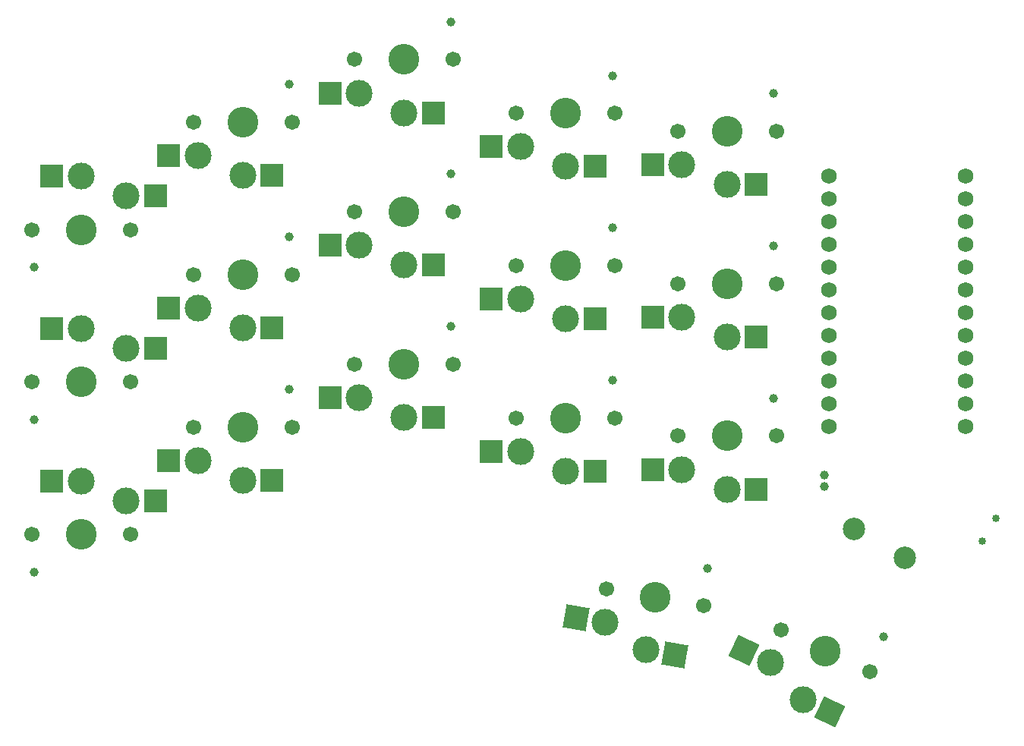
<source format=gbs>
G04 #@! TF.GenerationSoftware,KiCad,Pcbnew,7.0.6*
G04 #@! TF.CreationDate,2024-09-20T23:29:42+02:00*
G04 #@! TF.ProjectId,KoalaKeeb_v0.2_left,4b6f616c-614b-4656-9562-5f76302e325f,rev?*
G04 #@! TF.SameCoordinates,Original*
G04 #@! TF.FileFunction,Soldermask,Bot*
G04 #@! TF.FilePolarity,Negative*
%FSLAX46Y46*%
G04 Gerber Fmt 4.6, Leading zero omitted, Abs format (unit mm)*
G04 Created by KiCad (PCBNEW 7.0.6) date 2024-09-20 23:29:42*
%MOMM*%
%LPD*%
G01*
G04 APERTURE LIST*
G04 Aperture macros list*
%AMRotRect*
0 Rectangle, with rotation*
0 The origin of the aperture is its center*
0 $1 length*
0 $2 width*
0 $3 Rotation angle, in degrees counterclockwise*
0 Add horizontal line*
21,1,$1,$2,0,0,$3*%
G04 Aperture macros list end*
%ADD10C,1.701800*%
%ADD11C,3.000000*%
%ADD12C,3.429000*%
%ADD13C,0.990600*%
%ADD14R,2.600000X2.600000*%
%ADD15RotRect,2.600000X2.600000X350.000000*%
%ADD16C,2.500000*%
%ADD17C,0.850000*%
%ADD18RotRect,2.600000X2.600000X335.000000*%
%ADD19C,1.000000*%
%ADD20C,1.752600*%
G04 APERTURE END LIST*
D10*
X236500000Y-55000000D03*
D11*
X237000000Y-58750000D03*
D12*
X242000000Y-55000000D03*
D11*
X242000000Y-60950000D03*
D13*
X247220000Y-50800000D03*
D10*
X247500000Y-55000000D03*
D14*
X245275000Y-60950000D03*
X233725000Y-58750000D03*
D10*
X228583557Y-89044935D03*
D11*
X228424781Y-92824788D03*
D12*
X234000000Y-90000000D03*
D11*
X232966793Y-95859606D03*
D13*
X239870019Y-86770251D03*
D10*
X239416443Y-90955065D03*
D15*
X236192039Y-96428304D03*
X225199535Y-92256090D03*
D16*
X261814583Y-85625000D03*
X256185417Y-82375000D03*
D10*
X218500000Y-36000000D03*
D11*
X219000000Y-39750000D03*
D12*
X224000000Y-36000000D03*
D11*
X224000000Y-41950000D03*
D13*
X229220000Y-31800000D03*
D10*
X229500000Y-36000000D03*
D14*
X227275000Y-41950000D03*
X215725000Y-39750000D03*
D10*
X236500000Y-72000000D03*
D11*
X237000000Y-75750000D03*
D12*
X242000000Y-72000000D03*
D11*
X242000000Y-77950000D03*
D13*
X247220000Y-67800000D03*
D10*
X247500000Y-72000000D03*
D14*
X245275000Y-77950000D03*
X233725000Y-75750000D03*
D10*
X175500000Y-49000000D03*
D11*
X175000000Y-45250000D03*
D12*
X170000000Y-49000000D03*
D11*
X170000000Y-43050000D03*
D13*
X164780000Y-53200000D03*
D10*
X164500000Y-49000000D03*
D14*
X166725000Y-43050000D03*
X178275000Y-45250000D03*
D10*
X182500000Y-71000000D03*
D11*
X183000000Y-74750000D03*
D12*
X188000000Y-71000000D03*
D11*
X188000000Y-76950000D03*
D13*
X193220000Y-66800000D03*
D10*
X193500000Y-71000000D03*
D14*
X191275000Y-76950000D03*
X179725000Y-74750000D03*
D10*
X200500000Y-47000000D03*
D11*
X201000000Y-50750000D03*
D12*
X206000000Y-47000000D03*
D11*
X206000000Y-52950000D03*
D13*
X211220000Y-42800000D03*
D10*
X211500000Y-47000000D03*
D14*
X209275000Y-52950000D03*
X197725000Y-50750000D03*
D17*
X270487443Y-83775751D03*
X272032557Y-81204249D03*
D10*
X248015307Y-93675600D03*
D11*
X246883643Y-97285563D03*
D12*
X253000000Y-96000000D03*
D11*
X250485421Y-101392531D03*
D13*
X259505923Y-94399575D03*
D10*
X257984693Y-98324400D03*
D18*
X253453579Y-102776606D03*
X243915485Y-95901488D03*
D19*
X252904000Y-77625000D03*
X252904000Y-76375000D03*
D10*
X175500000Y-66000000D03*
D11*
X175000000Y-62250000D03*
D12*
X170000000Y-66000000D03*
D11*
X170000000Y-60050000D03*
D13*
X164780000Y-70200000D03*
D10*
X164500000Y-66000000D03*
D14*
X166725000Y-60050000D03*
X178275000Y-62250000D03*
D20*
X253380000Y-43030000D03*
X253380000Y-45570000D03*
X253380000Y-48110000D03*
X253380000Y-50650000D03*
X253380000Y-53190000D03*
X253380000Y-55730000D03*
X253380000Y-58270000D03*
X253380000Y-60810000D03*
X253380000Y-63350000D03*
X253380000Y-65890000D03*
X253380000Y-68430000D03*
X253380000Y-70970000D03*
X268620000Y-70970000D03*
X268620000Y-68430000D03*
X268620000Y-65890000D03*
X268620000Y-63350000D03*
X268620000Y-60810000D03*
X268620000Y-58270000D03*
X268620000Y-55730000D03*
X268620000Y-53190000D03*
X268620000Y-50650000D03*
X268620000Y-48110000D03*
X268620000Y-45570000D03*
X268620000Y-43030000D03*
D10*
X200500000Y-64000000D03*
D11*
X201000000Y-67750000D03*
D12*
X206000000Y-64000000D03*
D11*
X206000000Y-69950000D03*
D13*
X211220000Y-59800000D03*
D10*
X211500000Y-64000000D03*
D14*
X209275000Y-69950000D03*
X197725000Y-67750000D03*
D10*
X200500000Y-30000000D03*
D11*
X201000000Y-33750000D03*
D12*
X206000000Y-30000000D03*
D11*
X206000000Y-35950000D03*
D13*
X211220000Y-25800000D03*
D10*
X211500000Y-30000000D03*
D14*
X209275000Y-35950000D03*
X197725000Y-33750000D03*
D10*
X236500000Y-38000000D03*
D11*
X237000000Y-41750000D03*
D12*
X242000000Y-38000000D03*
D11*
X242000000Y-43950000D03*
D13*
X247220000Y-33800000D03*
D10*
X247500000Y-38000000D03*
D14*
X245275000Y-43950000D03*
X233725000Y-41750000D03*
D10*
X218500000Y-70000000D03*
D11*
X219000000Y-73750000D03*
D12*
X224000000Y-70000000D03*
D11*
X224000000Y-75950000D03*
D13*
X229220000Y-65800000D03*
D10*
X229500000Y-70000000D03*
D14*
X227275000Y-75950000D03*
X215725000Y-73750000D03*
D10*
X182500000Y-37000000D03*
D11*
X183000000Y-40750000D03*
D12*
X188000000Y-37000000D03*
D11*
X188000000Y-42950000D03*
D13*
X193220000Y-32800000D03*
D10*
X193500000Y-37000000D03*
D14*
X191275000Y-42950000D03*
X179725000Y-40750000D03*
D10*
X182500000Y-54000000D03*
D11*
X183000000Y-57750000D03*
D12*
X188000000Y-54000000D03*
D11*
X188000000Y-59950000D03*
D13*
X193220000Y-49800000D03*
D10*
X193500000Y-54000000D03*
D14*
X191275000Y-59950000D03*
X179725000Y-57750000D03*
D10*
X218500000Y-53000000D03*
D11*
X219000000Y-56750000D03*
D12*
X224000000Y-53000000D03*
D11*
X224000000Y-58950000D03*
D13*
X229220000Y-48800000D03*
D10*
X229500000Y-53000000D03*
D14*
X227275000Y-58950000D03*
X215725000Y-56750000D03*
D10*
X175500000Y-83000000D03*
D11*
X175000000Y-79250000D03*
D12*
X170000000Y-83000000D03*
D11*
X170000000Y-77050000D03*
D13*
X164780000Y-87200000D03*
D10*
X164500000Y-83000000D03*
D14*
X166725000Y-77050000D03*
X178275000Y-79250000D03*
M02*

</source>
